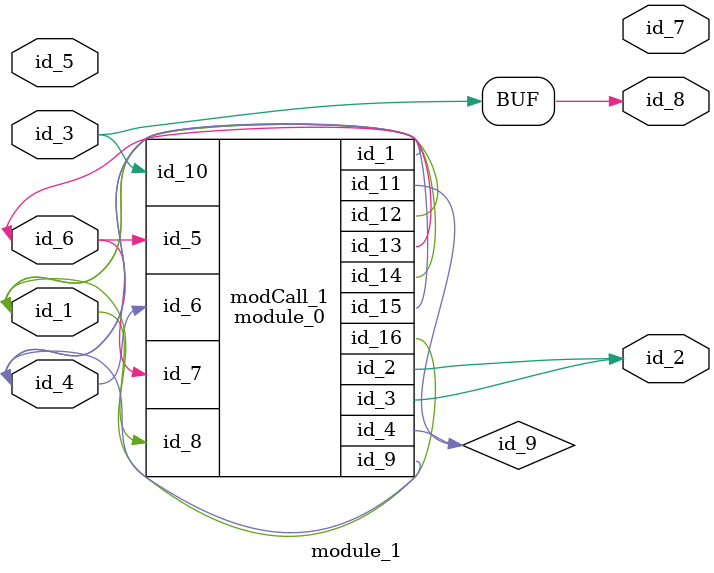
<source format=v>
module module_0 (
    id_1,
    id_2,
    id_3,
    id_4,
    id_5,
    id_6,
    id_7,
    id_8,
    id_9,
    id_10,
    id_11,
    id_12,
    id_13,
    id_14,
    id_15,
    id_16
);
  inout wire id_16;
  output wire id_15;
  inout wire id_14;
  output wire id_13;
  output wire id_12;
  output wire id_11;
  input wire id_10;
  output wire id_9;
  input wire id_8;
  input wire id_7;
  input wire id_6;
  input wire id_5;
  inout wire id_4;
  output wire id_3;
  output wire id_2;
  output wire id_1;
endmodule
module module_1 (
    id_1,
    id_2,
    id_3,
    id_4,
    id_5,
    id_6,
    id_7,
    id_8
);
  output wire id_8;
  output wire id_7;
  inout wire id_6;
  input wire id_5;
  inout wire id_4;
  input wire id_3;
  output wire id_2;
  inout wire id_1;
  assign id_8 = id_3;
  wire id_9;
  module_0 modCall_1 (
      id_4,
      id_2,
      id_2,
      id_9,
      id_6,
      id_4,
      id_6,
      id_1,
      id_4,
      id_3,
      id_9,
      id_1,
      id_6,
      id_1,
      id_4,
      id_1
  );
endmodule

</source>
